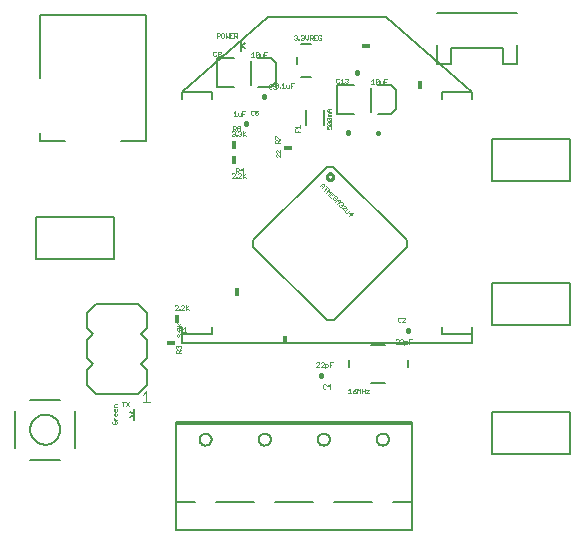
<source format=gto>
G75*
G70*
%OFA0B0*%
%FSLAX24Y24*%
%IPPOS*%
%LPD*%
%AMOC8*
5,1,8,0,0,1.08239X$1,22.5*
%
%ADD10C,0.0160*%
%ADD11C,0.0080*%
%ADD12C,0.0050*%
%ADD13C,0.0010*%
%ADD14R,0.0280X0.0160*%
%ADD15R,0.0160X0.0280*%
%ADD16C,0.0100*%
%ADD17C,0.0030*%
%ADD18C,0.0060*%
D10*
X010980Y005268D02*
X010980Y005292D01*
X013880Y006768D02*
X013880Y006792D01*
X012892Y013380D02*
X012868Y013380D01*
X011880Y013368D02*
X011880Y013392D01*
X012180Y015368D02*
X012180Y015392D01*
X009080Y014592D02*
X009080Y014568D01*
X008480Y013692D02*
X008480Y013668D01*
D11*
X002268Y002480D02*
X001292Y002480D01*
X000780Y002874D02*
X000780Y004086D01*
X001292Y004480D02*
X002280Y004480D01*
X002780Y004086D02*
X002780Y002874D01*
X001280Y003480D02*
X001282Y003524D01*
X001288Y003568D01*
X001298Y003611D01*
X001311Y003653D01*
X001328Y003694D01*
X001349Y003733D01*
X001373Y003770D01*
X001400Y003805D01*
X001430Y003837D01*
X001463Y003867D01*
X001499Y003893D01*
X001536Y003917D01*
X001576Y003936D01*
X001617Y003953D01*
X001660Y003965D01*
X001703Y003974D01*
X001747Y003979D01*
X001791Y003980D01*
X001835Y003977D01*
X001879Y003970D01*
X001922Y003959D01*
X001964Y003945D01*
X002004Y003927D01*
X002043Y003905D01*
X002079Y003881D01*
X002113Y003853D01*
X002145Y003822D01*
X002174Y003788D01*
X002200Y003752D01*
X002222Y003714D01*
X002241Y003674D01*
X002256Y003632D01*
X002268Y003590D01*
X002276Y003546D01*
X002280Y003502D01*
X002280Y003458D01*
X002276Y003414D01*
X002268Y003370D01*
X002256Y003328D01*
X002241Y003286D01*
X002222Y003246D01*
X002200Y003208D01*
X002174Y003172D01*
X002145Y003138D01*
X002113Y003107D01*
X002079Y003079D01*
X002043Y003055D01*
X002004Y003033D01*
X001964Y003015D01*
X001922Y003001D01*
X001879Y002990D01*
X001835Y002983D01*
X001791Y002980D01*
X001747Y002981D01*
X001703Y002986D01*
X001660Y002995D01*
X001617Y003007D01*
X001576Y003024D01*
X001536Y003043D01*
X001499Y003067D01*
X001463Y003093D01*
X001430Y003123D01*
X001400Y003155D01*
X001373Y003190D01*
X001349Y003227D01*
X001328Y003266D01*
X001311Y003307D01*
X001298Y003349D01*
X001288Y003392D01*
X001282Y003436D01*
X001280Y003480D01*
X004625Y003888D02*
X004747Y003980D01*
X004747Y004161D01*
X004625Y004066D02*
X004741Y003990D01*
X004747Y003980D02*
X004747Y003799D01*
X006357Y006380D02*
X016003Y006380D01*
X016003Y006675D01*
X016003Y006892D01*
X016003Y006675D02*
X015019Y006675D01*
X015019Y006892D01*
X013864Y005798D02*
X013864Y005562D01*
X013116Y005050D02*
X012644Y005050D01*
X011896Y005562D02*
X011896Y005798D01*
X012644Y006310D02*
X013116Y006310D01*
X011396Y007119D02*
X011173Y007119D01*
X008719Y009564D01*
X008719Y009787D01*
X011164Y012241D01*
X011387Y012241D01*
X013841Y009796D01*
X013841Y009573D01*
X011396Y007119D01*
X007341Y006892D02*
X007341Y006675D01*
X006357Y006675D01*
X006357Y006892D01*
X006357Y006675D02*
X006357Y006380D01*
X004070Y009180D02*
X001490Y009180D01*
X001490Y010580D01*
X004070Y010580D01*
X004070Y009180D01*
X004325Y013086D02*
X005152Y013086D01*
X005152Y017299D01*
X001608Y017299D01*
X001608Y015212D01*
X001608Y013362D02*
X001608Y013086D01*
X002435Y013086D01*
X006357Y014490D02*
X006357Y014746D01*
X007341Y014746D01*
X007341Y014490D01*
X007496Y014908D02*
X007496Y015852D01*
X008086Y015852D01*
X008313Y016099D02*
X008313Y016280D01*
X008435Y016372D01*
X008313Y016461D02*
X008313Y016280D01*
X008319Y016270D02*
X008435Y016194D01*
X008874Y015852D02*
X009307Y015852D01*
X009464Y015695D01*
X009464Y015065D01*
X009307Y014908D01*
X008874Y014908D01*
X008086Y014908D02*
X007496Y014908D01*
X006357Y014746D02*
X009211Y017246D01*
X013149Y017246D01*
X016003Y014746D01*
X015019Y014746D01*
X015019Y014490D01*
X016003Y014490D02*
X016003Y014746D01*
X015314Y015658D02*
X015314Y016209D01*
X017046Y016209D01*
X017046Y015658D01*
X017519Y015658D01*
X017519Y016288D01*
X017519Y017351D02*
X014841Y017351D01*
X014841Y016288D02*
X014841Y015658D01*
X015314Y015658D01*
X013464Y014795D02*
X013464Y014165D01*
X013307Y014008D01*
X012874Y014008D01*
X012086Y014008D02*
X011496Y014008D01*
X011496Y014952D01*
X012086Y014952D01*
X012874Y014952D02*
X013307Y014952D01*
X013464Y014795D01*
X011080Y014130D02*
X011080Y013630D01*
X010480Y013630D02*
X010480Y014130D01*
X010649Y015220D02*
X010311Y015220D01*
X010161Y015674D02*
X010161Y015886D01*
X010311Y016340D02*
X010649Y016340D01*
X016690Y013180D02*
X016690Y011780D01*
X019270Y011780D01*
X019270Y013180D01*
X016690Y013180D01*
X016690Y008380D02*
X019270Y008380D01*
X019270Y006980D01*
X016690Y006980D01*
X016690Y008380D01*
X016690Y004080D02*
X019270Y004080D01*
X019270Y002680D01*
X016690Y002680D01*
X016690Y004080D01*
D12*
X012630Y014080D02*
X012630Y014880D01*
X008630Y014980D02*
X008630Y015780D01*
X004880Y007680D02*
X003480Y007680D01*
X003180Y007380D01*
X003180Y006880D01*
X003380Y006680D01*
X003180Y006480D01*
X003180Y005880D01*
X003380Y005680D01*
X003180Y005480D01*
X003180Y004980D01*
X003480Y004680D01*
X004880Y004680D01*
X005180Y004980D01*
X005180Y005480D01*
X004980Y005680D01*
X005180Y005880D01*
X005180Y006480D01*
X004980Y006680D01*
X005180Y006880D01*
X005180Y007380D01*
X004880Y007680D01*
D13*
X006094Y007600D02*
X006119Y007625D01*
X006169Y007625D01*
X006194Y007600D01*
X006194Y007575D01*
X006094Y007475D01*
X006194Y007475D01*
X006242Y007475D02*
X006267Y007475D01*
X006267Y007500D01*
X006242Y007500D01*
X006242Y007475D01*
X006315Y007475D02*
X006415Y007575D01*
X006415Y007600D01*
X006390Y007625D01*
X006340Y007625D01*
X006315Y007600D01*
X006315Y007475D02*
X006415Y007475D01*
X006463Y007475D02*
X006463Y007625D01*
X006488Y007550D02*
X006563Y007475D01*
X006463Y007525D02*
X006563Y007625D01*
X006325Y007028D02*
X006250Y006953D01*
X006275Y006928D02*
X006175Y007028D01*
X006175Y006928D02*
X006325Y006928D01*
X006315Y006900D02*
X006340Y006875D01*
X006340Y006825D01*
X006315Y006800D01*
X006240Y006800D01*
X006250Y006831D02*
X006250Y006856D01*
X006275Y006881D01*
X006300Y006881D01*
X006325Y006856D01*
X006325Y006806D01*
X006300Y006781D01*
X006290Y006800D02*
X006340Y006750D01*
X006325Y006732D02*
X006325Y006707D01*
X006300Y006707D01*
X006300Y006732D01*
X006325Y006732D01*
X006388Y006750D02*
X006488Y006750D01*
X006438Y006750D02*
X006438Y006900D01*
X006388Y006850D01*
X006315Y006900D02*
X006240Y006900D01*
X006240Y006750D01*
X006200Y006781D02*
X006175Y006806D01*
X006175Y006856D01*
X006200Y006881D01*
X006225Y006881D01*
X006250Y006856D01*
X006275Y006660D02*
X006300Y006660D01*
X006325Y006635D01*
X006325Y006585D01*
X006300Y006560D01*
X006250Y006610D02*
X006250Y006635D01*
X006275Y006660D01*
X006250Y006635D02*
X006225Y006660D01*
X006200Y006660D01*
X006175Y006635D01*
X006175Y006585D01*
X006200Y006560D01*
X006200Y006282D02*
X006225Y006257D01*
X006250Y006282D01*
X006275Y006282D01*
X006300Y006257D01*
X006300Y006207D01*
X006275Y006182D01*
X006300Y006135D02*
X006250Y006085D01*
X006250Y006110D02*
X006250Y006035D01*
X006300Y006035D02*
X006150Y006035D01*
X006150Y006110D01*
X006175Y006135D01*
X006225Y006135D01*
X006250Y006110D01*
X006175Y006182D02*
X006150Y006207D01*
X006150Y006257D01*
X006175Y006282D01*
X006200Y006282D01*
X006225Y006257D02*
X006225Y006232D01*
X004582Y004410D02*
X004482Y004260D01*
X004385Y004260D02*
X004385Y004410D01*
X004335Y004410D02*
X004435Y004410D01*
X004482Y004410D02*
X004582Y004260D01*
X004175Y004225D02*
X004075Y004225D01*
X004075Y004300D01*
X004100Y004325D01*
X004175Y004325D01*
X004125Y004178D02*
X004125Y004077D01*
X004150Y004077D02*
X004100Y004077D01*
X004075Y004102D01*
X004075Y004152D01*
X004100Y004178D01*
X004125Y004178D01*
X004175Y004152D02*
X004175Y004102D01*
X004150Y004077D01*
X004125Y004030D02*
X004125Y003930D01*
X004150Y003930D02*
X004100Y003930D01*
X004075Y003955D01*
X004075Y004005D01*
X004100Y004030D01*
X004125Y004030D01*
X004175Y004005D02*
X004175Y003955D01*
X004150Y003930D01*
X004075Y003882D02*
X004075Y003857D01*
X004125Y003807D01*
X004175Y003807D02*
X004075Y003807D01*
X004100Y003760D02*
X004100Y003710D01*
X004100Y003760D02*
X004150Y003760D01*
X004175Y003735D01*
X004175Y003685D01*
X004150Y003660D01*
X004050Y003660D01*
X004025Y003685D01*
X004025Y003735D01*
X004050Y003760D01*
X010821Y005575D02*
X010921Y005675D01*
X010921Y005700D01*
X010896Y005725D01*
X010846Y005725D01*
X010821Y005700D01*
X010821Y005575D02*
X010921Y005575D01*
X010968Y005575D02*
X011068Y005675D01*
X011068Y005700D01*
X011043Y005725D01*
X010993Y005725D01*
X010968Y005700D01*
X010968Y005575D02*
X011068Y005575D01*
X011115Y005575D02*
X011190Y005575D01*
X011215Y005600D01*
X011215Y005650D01*
X011190Y005675D01*
X011115Y005675D01*
X011115Y005525D01*
X011263Y005575D02*
X011263Y005725D01*
X011363Y005725D01*
X011313Y005650D02*
X011263Y005650D01*
X011263Y005000D02*
X011188Y004925D01*
X011288Y004925D01*
X011263Y004850D02*
X011263Y005000D01*
X011140Y004975D02*
X011115Y005000D01*
X011065Y005000D01*
X011040Y004975D01*
X011040Y004875D01*
X011065Y004850D01*
X011115Y004850D01*
X011140Y004875D01*
X011885Y004785D02*
X011935Y004835D01*
X011935Y004685D01*
X011885Y004685D02*
X011985Y004685D01*
X012032Y004710D02*
X012057Y004685D01*
X012107Y004685D01*
X012132Y004710D01*
X012132Y004735D01*
X012107Y004760D01*
X012032Y004760D01*
X012032Y004710D01*
X012032Y004760D02*
X012082Y004810D01*
X012132Y004835D01*
X012180Y004835D02*
X012230Y004785D01*
X012280Y004835D01*
X012280Y004685D01*
X012327Y004685D02*
X012327Y004835D01*
X012327Y004760D02*
X012427Y004760D01*
X012474Y004785D02*
X012574Y004785D01*
X012474Y004685D01*
X012574Y004685D01*
X012427Y004685D02*
X012427Y004835D01*
X012180Y004835D02*
X012180Y004685D01*
X013460Y006335D02*
X013560Y006435D01*
X013560Y006460D01*
X013535Y006485D01*
X013485Y006485D01*
X013460Y006460D01*
X013460Y006335D02*
X013560Y006335D01*
X013607Y006335D02*
X013707Y006435D01*
X013707Y006460D01*
X013682Y006485D01*
X013632Y006485D01*
X013607Y006460D01*
X013607Y006335D02*
X013707Y006335D01*
X013755Y006335D02*
X013830Y006335D01*
X013855Y006360D01*
X013855Y006410D01*
X013830Y006435D01*
X013755Y006435D01*
X013755Y006285D01*
X013902Y006335D02*
X013902Y006485D01*
X014002Y006485D01*
X013952Y006410D02*
X013902Y006410D01*
X013782Y007060D02*
X013682Y007060D01*
X013782Y007160D01*
X013782Y007185D01*
X013757Y007210D01*
X013707Y007210D01*
X013682Y007185D01*
X013635Y007185D02*
X013610Y007210D01*
X013560Y007210D01*
X013535Y007185D01*
X013535Y007085D01*
X013560Y007060D01*
X013610Y007060D01*
X013635Y007085D01*
X011923Y010600D02*
X012029Y010706D01*
X011922Y010706D01*
X011993Y010635D01*
X011854Y010704D02*
X011942Y010792D01*
X011871Y010863D02*
X011783Y010774D01*
X011783Y010739D01*
X011818Y010704D01*
X011854Y010704D01*
X011732Y010790D02*
X011661Y010861D01*
X011802Y010861D01*
X011820Y010879D01*
X011820Y010914D01*
X011784Y010949D01*
X011749Y010949D01*
X011716Y010983D02*
X011715Y011018D01*
X011680Y011053D01*
X011645Y011053D01*
X011594Y011069D02*
X011523Y010998D01*
X011574Y010982D02*
X011574Y010947D01*
X011609Y010912D01*
X011645Y010912D01*
X011663Y010929D01*
X011662Y010965D01*
X011645Y010982D01*
X011662Y010965D02*
X011698Y010965D01*
X011716Y010983D01*
X011594Y011069D02*
X011593Y011140D01*
X011523Y011140D01*
X011452Y011069D01*
X011436Y011120D02*
X011471Y011155D01*
X011436Y011190D01*
X011436Y011120D02*
X011401Y011120D01*
X011365Y011155D01*
X011365Y011190D01*
X011436Y011261D01*
X011471Y011261D01*
X011507Y011226D01*
X011507Y011191D01*
X011505Y011122D02*
X011576Y011051D01*
X011420Y011312D02*
X011349Y011383D01*
X011243Y011277D01*
X011314Y011206D01*
X011332Y011294D02*
X011296Y011330D01*
X011316Y011416D02*
X011210Y011310D01*
X011139Y011381D02*
X011245Y011487D01*
X011245Y011416D01*
X011316Y011416D01*
X011211Y011520D02*
X011141Y011591D01*
X011176Y011556D02*
X011070Y011449D01*
X011001Y011518D02*
X011072Y011589D01*
X011072Y011660D01*
X011001Y011659D01*
X010930Y011589D01*
X010983Y011642D02*
X011054Y011571D01*
X009625Y012560D02*
X009525Y012660D01*
X009500Y012660D01*
X009475Y012635D01*
X009475Y012585D01*
X009500Y012560D01*
X009625Y012560D02*
X009625Y012660D01*
X009625Y012707D02*
X009525Y012807D01*
X009500Y012807D01*
X009475Y012782D01*
X009475Y012732D01*
X009500Y012707D01*
X009625Y012707D02*
X009625Y012807D01*
X009600Y013035D02*
X009450Y013035D01*
X009450Y013110D01*
X009475Y013135D01*
X009525Y013135D01*
X009550Y013110D01*
X009550Y013035D01*
X009550Y013085D02*
X009600Y013135D01*
X009600Y013182D02*
X009575Y013182D01*
X009475Y013282D01*
X009450Y013282D01*
X009450Y013182D01*
X010125Y013385D02*
X010125Y013485D01*
X010175Y013532D02*
X010125Y013582D01*
X010275Y013582D01*
X010275Y013532D02*
X010275Y013632D01*
X010200Y013435D02*
X010200Y013385D01*
X010275Y013385D02*
X010125Y013385D01*
X011175Y013485D02*
X011250Y013485D01*
X011225Y013535D01*
X011225Y013560D01*
X011250Y013585D01*
X011300Y013585D01*
X011325Y013560D01*
X011325Y013510D01*
X011300Y013485D01*
X011175Y013485D02*
X011175Y013585D01*
X011200Y013632D02*
X011175Y013657D01*
X011175Y013707D01*
X011200Y013732D01*
X011300Y013632D01*
X011325Y013657D01*
X011325Y013707D01*
X011300Y013732D01*
X011200Y013732D01*
X011200Y013780D02*
X011175Y013805D01*
X011175Y013855D01*
X011200Y013880D01*
X011300Y013780D01*
X011325Y013805D01*
X011325Y013855D01*
X011300Y013880D01*
X011200Y013880D01*
X011225Y013927D02*
X011225Y013952D01*
X011250Y013977D01*
X011225Y014002D01*
X011250Y014027D01*
X011325Y014027D01*
X011325Y014074D02*
X011225Y014074D01*
X011175Y014124D01*
X011225Y014174D01*
X011325Y014174D01*
X011250Y014174D02*
X011250Y014074D01*
X011250Y013977D02*
X011325Y013977D01*
X011325Y013927D02*
X011225Y013927D01*
X011200Y013780D02*
X011300Y013780D01*
X011300Y013632D02*
X011200Y013632D01*
X009963Y014875D02*
X009963Y015025D01*
X010063Y015025D01*
X010013Y014950D02*
X009963Y014950D01*
X009915Y014975D02*
X009915Y014875D01*
X009840Y014875D01*
X009815Y014900D01*
X009815Y014975D01*
X009718Y015025D02*
X009718Y014875D01*
X009668Y014875D02*
X009768Y014875D01*
X009668Y014975D02*
X009718Y015025D01*
X009619Y014900D02*
X009619Y014875D01*
X009594Y014875D01*
X009594Y014900D01*
X009619Y014900D01*
X009547Y014900D02*
X009522Y014875D01*
X009472Y014875D01*
X009447Y014900D01*
X009547Y015000D01*
X009547Y014900D01*
X009488Y014875D02*
X009488Y014975D01*
X009463Y015000D01*
X009413Y015000D01*
X009388Y014975D01*
X009388Y014950D01*
X009413Y014925D01*
X009488Y014925D01*
X009447Y014900D02*
X009447Y015000D01*
X009472Y015025D01*
X009522Y015025D01*
X009547Y015000D01*
X009488Y014875D02*
X009463Y014850D01*
X009413Y014850D01*
X009388Y014875D01*
X009340Y014875D02*
X009315Y014850D01*
X009265Y014850D01*
X009240Y014875D01*
X009240Y014975D01*
X009265Y015000D01*
X009315Y015000D01*
X009340Y014975D01*
X008882Y014110D02*
X008782Y014110D01*
X008782Y014035D01*
X008832Y014060D01*
X008857Y014060D01*
X008882Y014035D01*
X008882Y013985D01*
X008857Y013960D01*
X008807Y013960D01*
X008782Y013985D01*
X008735Y013985D02*
X008710Y013960D01*
X008660Y013960D01*
X008635Y013985D01*
X008635Y014085D01*
X008660Y014110D01*
X008710Y014110D01*
X008735Y014085D01*
X008455Y014085D02*
X008355Y014085D01*
X008355Y013935D01*
X008307Y013935D02*
X008307Y014035D01*
X008355Y014010D02*
X008405Y014010D01*
X008307Y013935D02*
X008232Y013935D01*
X008207Y013960D01*
X008207Y014035D01*
X008110Y014085D02*
X008110Y013935D01*
X008060Y013935D02*
X008160Y013935D01*
X008060Y014035D02*
X008110Y014085D01*
X008115Y013600D02*
X008140Y013575D01*
X008140Y013525D01*
X008115Y013500D01*
X008040Y013500D01*
X008040Y013450D02*
X008040Y013600D01*
X008115Y013600D01*
X008188Y013575D02*
X008188Y013550D01*
X008213Y013525D01*
X008263Y013525D01*
X008288Y013500D01*
X008288Y013475D01*
X008263Y013450D01*
X008213Y013450D01*
X008188Y013475D01*
X008188Y013500D01*
X008213Y013525D01*
X008263Y013525D02*
X008288Y013550D01*
X008288Y013575D01*
X008263Y013600D01*
X008213Y013600D01*
X008188Y013575D01*
X008090Y013500D02*
X008140Y013450D01*
X008094Y013400D02*
X008094Y013375D01*
X008069Y013350D01*
X008094Y013325D01*
X008094Y013300D01*
X008069Y013275D01*
X008019Y013275D01*
X007994Y013300D01*
X008044Y013350D02*
X008069Y013350D01*
X008094Y013400D02*
X008069Y013425D01*
X008019Y013425D01*
X007994Y013400D01*
X008142Y013300D02*
X008167Y013300D01*
X008167Y013275D01*
X008142Y013275D01*
X008142Y013300D01*
X008215Y013300D02*
X008240Y013275D01*
X008290Y013275D01*
X008315Y013300D01*
X008315Y013325D01*
X008290Y013350D01*
X008265Y013350D01*
X008290Y013350D02*
X008315Y013375D01*
X008315Y013400D01*
X008290Y013425D01*
X008240Y013425D01*
X008215Y013400D01*
X008363Y013425D02*
X008363Y013275D01*
X008363Y013325D02*
X008463Y013425D01*
X008388Y013350D02*
X008463Y013275D01*
X008363Y012200D02*
X008288Y012125D01*
X008388Y012125D01*
X008363Y012050D02*
X008363Y012200D01*
X008240Y012175D02*
X008240Y012125D01*
X008215Y012100D01*
X008140Y012100D01*
X008140Y012050D02*
X008140Y012200D01*
X008215Y012200D01*
X008240Y012175D01*
X008190Y012100D02*
X008240Y012050D01*
X008240Y012025D02*
X008215Y012000D01*
X008240Y012025D02*
X008290Y012025D01*
X008315Y012000D01*
X008315Y011975D01*
X008215Y011875D01*
X008315Y011875D01*
X008363Y011875D02*
X008363Y012025D01*
X008388Y011950D02*
X008463Y011875D01*
X008363Y011925D02*
X008463Y012025D01*
X008167Y011900D02*
X008167Y011875D01*
X008142Y011875D01*
X008142Y011900D01*
X008167Y011900D01*
X008094Y011875D02*
X007994Y011875D01*
X008094Y011975D01*
X008094Y012000D01*
X008069Y012025D01*
X008019Y012025D01*
X007994Y012000D01*
X011485Y015054D02*
X011510Y015029D01*
X011560Y015029D01*
X011585Y015054D01*
X011632Y015029D02*
X011732Y015029D01*
X011682Y015029D02*
X011682Y015179D01*
X011632Y015129D01*
X011585Y015154D02*
X011560Y015179D01*
X011510Y015179D01*
X011485Y015154D01*
X011485Y015054D01*
X011780Y015054D02*
X011805Y015029D01*
X011855Y015029D01*
X011880Y015054D01*
X011880Y015079D01*
X011855Y015104D01*
X011830Y015104D01*
X011855Y015104D02*
X011880Y015129D01*
X011880Y015154D01*
X011855Y015179D01*
X011805Y015179D01*
X011780Y015154D01*
X012646Y015109D02*
X012696Y015160D01*
X012696Y015009D01*
X012646Y015009D02*
X012746Y015009D01*
X012793Y015034D02*
X012893Y015135D01*
X012893Y015034D01*
X012868Y015009D01*
X012818Y015009D01*
X012793Y015034D01*
X012793Y015135D01*
X012818Y015160D01*
X012868Y015160D01*
X012893Y015135D01*
X012940Y015109D02*
X012940Y015034D01*
X012965Y015009D01*
X013040Y015009D01*
X013040Y015109D01*
X013088Y015084D02*
X013138Y015084D01*
X013088Y015009D02*
X013088Y015160D01*
X013188Y015160D01*
X010988Y016500D02*
X010988Y016550D01*
X010938Y016550D01*
X010988Y016500D02*
X010963Y016475D01*
X010913Y016475D01*
X010888Y016500D01*
X010888Y016600D01*
X010913Y016625D01*
X010963Y016625D01*
X010988Y016600D01*
X010840Y016625D02*
X010740Y016625D01*
X010740Y016475D01*
X010840Y016475D01*
X010790Y016550D02*
X010740Y016550D01*
X010693Y016550D02*
X010668Y016525D01*
X010593Y016525D01*
X010546Y016525D02*
X010546Y016625D01*
X010593Y016625D02*
X010668Y016625D01*
X010693Y016600D01*
X010693Y016550D01*
X010643Y016525D02*
X010693Y016475D01*
X010593Y016475D02*
X010593Y016625D01*
X010546Y016525D02*
X010496Y016475D01*
X010446Y016525D01*
X010446Y016625D01*
X010398Y016600D02*
X010398Y016575D01*
X010373Y016550D01*
X010398Y016525D01*
X010398Y016500D01*
X010373Y016475D01*
X010323Y016475D01*
X010298Y016500D01*
X010250Y016500D02*
X010250Y016475D01*
X010225Y016475D01*
X010225Y016500D01*
X010250Y016500D01*
X010177Y016500D02*
X010152Y016475D01*
X010102Y016475D01*
X010077Y016500D01*
X010127Y016550D02*
X010152Y016550D01*
X010177Y016525D01*
X010177Y016500D01*
X010152Y016550D02*
X010177Y016575D01*
X010177Y016600D01*
X010152Y016625D01*
X010102Y016625D01*
X010077Y016600D01*
X010298Y016600D02*
X010323Y016625D01*
X010373Y016625D01*
X010398Y016600D01*
X010373Y016550D02*
X010348Y016550D01*
X009188Y016060D02*
X009088Y016060D01*
X009088Y015909D01*
X009040Y015909D02*
X009040Y016009D01*
X009088Y015984D02*
X009138Y015984D01*
X009040Y015909D02*
X008965Y015909D01*
X008940Y015934D01*
X008940Y016009D01*
X008893Y016035D02*
X008793Y015934D01*
X008818Y015909D01*
X008868Y015909D01*
X008893Y015934D01*
X008893Y016035D01*
X008868Y016060D01*
X008818Y016060D01*
X008793Y016035D01*
X008793Y015934D01*
X008746Y015909D02*
X008646Y015909D01*
X008696Y015909D02*
X008696Y016060D01*
X008646Y016009D01*
X008188Y016550D02*
X008138Y016600D01*
X008163Y016600D02*
X008088Y016600D01*
X008088Y016550D02*
X008088Y016700D01*
X008163Y016700D01*
X008188Y016675D01*
X008188Y016625D01*
X008163Y016600D01*
X008040Y016550D02*
X007940Y016550D01*
X007940Y016700D01*
X008040Y016700D01*
X007990Y016625D02*
X007940Y016625D01*
X007893Y016550D02*
X007893Y016700D01*
X007793Y016700D02*
X007793Y016550D01*
X007843Y016600D01*
X007893Y016550D01*
X007746Y016575D02*
X007746Y016675D01*
X007721Y016700D01*
X007671Y016700D01*
X007646Y016675D01*
X007646Y016575D01*
X007671Y016550D01*
X007721Y016550D01*
X007746Y016575D01*
X007598Y016625D02*
X007573Y016600D01*
X007498Y016600D01*
X007498Y016550D02*
X007498Y016700D01*
X007573Y016700D01*
X007598Y016675D01*
X007598Y016625D01*
X007607Y016079D02*
X007632Y016054D01*
X007632Y016029D01*
X007607Y016004D01*
X007557Y016004D01*
X007532Y016029D01*
X007532Y016054D01*
X007557Y016079D01*
X007607Y016079D01*
X007607Y016004D02*
X007632Y015979D01*
X007632Y015954D01*
X007607Y015929D01*
X007557Y015929D01*
X007532Y015954D01*
X007532Y015979D01*
X007557Y016004D01*
X007485Y016054D02*
X007460Y016079D01*
X007410Y016079D01*
X007385Y016054D01*
X007385Y015954D01*
X007410Y015929D01*
X007460Y015929D01*
X007485Y015954D01*
D14*
X009880Y012880D03*
X012480Y016280D03*
X005980Y006380D03*
D15*
X006180Y007180D03*
X008180Y008080D03*
X009780Y006480D03*
X008080Y012480D03*
X008080Y012980D03*
X014280Y014980D03*
D16*
X011165Y011907D02*
X011167Y011927D01*
X011172Y011947D01*
X011182Y011965D01*
X011194Y011982D01*
X011209Y011996D01*
X011227Y012006D01*
X011246Y012014D01*
X011266Y012018D01*
X011286Y012018D01*
X011306Y012014D01*
X011325Y012006D01*
X011343Y011996D01*
X011358Y011982D01*
X011370Y011965D01*
X011380Y011947D01*
X011385Y011927D01*
X011387Y011907D01*
X011385Y011887D01*
X011380Y011867D01*
X011370Y011849D01*
X011358Y011832D01*
X011343Y011818D01*
X011325Y011808D01*
X011306Y011800D01*
X011286Y011796D01*
X011266Y011796D01*
X011246Y011800D01*
X011227Y011808D01*
X011209Y011818D01*
X011194Y011832D01*
X011182Y011849D01*
X011172Y011867D01*
X011167Y011887D01*
X011165Y011907D01*
D17*
X005150Y004765D02*
X005150Y004395D01*
X005027Y004395D02*
X005274Y004395D01*
X005027Y004642D02*
X005150Y004765D01*
D18*
X006147Y003750D02*
X006147Y003670D01*
X014017Y003670D01*
X014017Y001070D01*
X014017Y000130D01*
X006147Y000130D01*
X006147Y001070D01*
X006147Y003670D01*
X006147Y003750D02*
X014017Y003750D01*
X014017Y003670D01*
X012837Y003150D02*
X012839Y003178D01*
X012845Y003205D01*
X012854Y003231D01*
X012867Y003256D01*
X012884Y003279D01*
X012903Y003299D01*
X012925Y003316D01*
X012949Y003330D01*
X012975Y003340D01*
X013002Y003347D01*
X013030Y003350D01*
X013058Y003349D01*
X013085Y003344D01*
X013112Y003335D01*
X013137Y003323D01*
X013160Y003308D01*
X013181Y003289D01*
X013199Y003268D01*
X013214Y003244D01*
X013225Y003218D01*
X013233Y003192D01*
X013237Y003164D01*
X013237Y003136D01*
X013233Y003108D01*
X013225Y003082D01*
X013214Y003056D01*
X013199Y003032D01*
X013181Y003011D01*
X013160Y002992D01*
X013137Y002977D01*
X013112Y002965D01*
X013085Y002956D01*
X013058Y002951D01*
X013030Y002950D01*
X013002Y002953D01*
X012975Y002960D01*
X012949Y002970D01*
X012925Y002984D01*
X012903Y003001D01*
X012884Y003021D01*
X012867Y003044D01*
X012854Y003069D01*
X012845Y003095D01*
X012839Y003122D01*
X012837Y003150D01*
X010867Y003150D02*
X010869Y003178D01*
X010875Y003205D01*
X010884Y003231D01*
X010897Y003256D01*
X010914Y003279D01*
X010933Y003299D01*
X010955Y003316D01*
X010979Y003330D01*
X011005Y003340D01*
X011032Y003347D01*
X011060Y003350D01*
X011088Y003349D01*
X011115Y003344D01*
X011142Y003335D01*
X011167Y003323D01*
X011190Y003308D01*
X011211Y003289D01*
X011229Y003268D01*
X011244Y003244D01*
X011255Y003218D01*
X011263Y003192D01*
X011267Y003164D01*
X011267Y003136D01*
X011263Y003108D01*
X011255Y003082D01*
X011244Y003056D01*
X011229Y003032D01*
X011211Y003011D01*
X011190Y002992D01*
X011167Y002977D01*
X011142Y002965D01*
X011115Y002956D01*
X011088Y002951D01*
X011060Y002950D01*
X011032Y002953D01*
X011005Y002960D01*
X010979Y002970D01*
X010955Y002984D01*
X010933Y003001D01*
X010914Y003021D01*
X010897Y003044D01*
X010884Y003069D01*
X010875Y003095D01*
X010869Y003122D01*
X010867Y003150D01*
X008897Y003150D02*
X008899Y003178D01*
X008905Y003205D01*
X008914Y003231D01*
X008927Y003256D01*
X008944Y003279D01*
X008963Y003299D01*
X008985Y003316D01*
X009009Y003330D01*
X009035Y003340D01*
X009062Y003347D01*
X009090Y003350D01*
X009118Y003349D01*
X009145Y003344D01*
X009172Y003335D01*
X009197Y003323D01*
X009220Y003308D01*
X009241Y003289D01*
X009259Y003268D01*
X009274Y003244D01*
X009285Y003218D01*
X009293Y003192D01*
X009297Y003164D01*
X009297Y003136D01*
X009293Y003108D01*
X009285Y003082D01*
X009274Y003056D01*
X009259Y003032D01*
X009241Y003011D01*
X009220Y002992D01*
X009197Y002977D01*
X009172Y002965D01*
X009145Y002956D01*
X009118Y002951D01*
X009090Y002950D01*
X009062Y002953D01*
X009035Y002960D01*
X009009Y002970D01*
X008985Y002984D01*
X008963Y003001D01*
X008944Y003021D01*
X008927Y003044D01*
X008914Y003069D01*
X008905Y003095D01*
X008899Y003122D01*
X008897Y003150D01*
X006927Y003150D02*
X006929Y003178D01*
X006935Y003205D01*
X006944Y003231D01*
X006957Y003256D01*
X006974Y003279D01*
X006993Y003299D01*
X007015Y003316D01*
X007039Y003330D01*
X007065Y003340D01*
X007092Y003347D01*
X007120Y003350D01*
X007148Y003349D01*
X007175Y003344D01*
X007202Y003335D01*
X007227Y003323D01*
X007250Y003308D01*
X007271Y003289D01*
X007289Y003268D01*
X007304Y003244D01*
X007315Y003218D01*
X007323Y003192D01*
X007327Y003164D01*
X007327Y003136D01*
X007323Y003108D01*
X007315Y003082D01*
X007304Y003056D01*
X007289Y003032D01*
X007271Y003011D01*
X007250Y002992D01*
X007227Y002977D01*
X007202Y002965D01*
X007175Y002956D01*
X007148Y002951D01*
X007120Y002950D01*
X007092Y002953D01*
X007065Y002960D01*
X007039Y002970D01*
X007015Y002984D01*
X006993Y003001D01*
X006974Y003021D01*
X006957Y003044D01*
X006944Y003069D01*
X006935Y003095D01*
X006929Y003122D01*
X006927Y003150D01*
X006777Y001070D02*
X006147Y001070D01*
X007477Y001070D02*
X008747Y001070D01*
X009447Y001070D02*
X010717Y001070D01*
X011417Y001070D02*
X012687Y001070D01*
X013387Y001070D02*
X014017Y001070D01*
M02*

</source>
